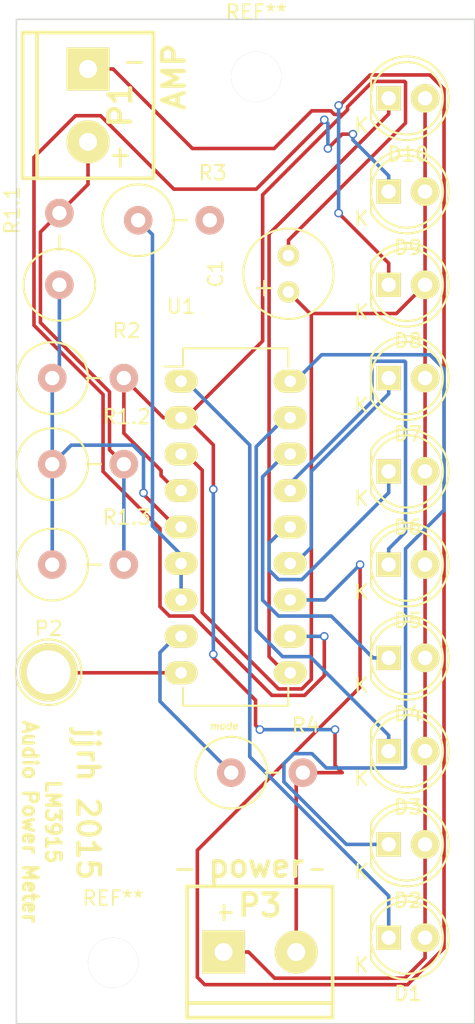
<source format=kicad_pcb>
(kicad_pcb (version 4) (host pcbnew 0.201507032246+5880~23~ubuntu14.04.1-product)

  (general
    (links 40)
    (no_connects 1)
    (area 165.949999 71.949999 198.050001 142.050001)
    (thickness 1.6)
    (drawings 17)
    (tracks 222)
    (zones 0)
    (modules 23)
    (nets 18)
  )

  (page A4)
  (layers
    (0 F.Cu signal)
    (31 B.Cu signal)
    (32 B.Adhes user)
    (33 F.Adhes user)
    (34 B.Paste user)
    (35 F.Paste user)
    (36 B.SilkS user)
    (37 F.SilkS user)
    (38 B.Mask user)
    (39 F.Mask user)
    (40 Dwgs.User user)
    (41 Cmts.User user)
    (42 Eco1.User user)
    (43 Eco2.User user)
    (44 Edge.Cuts user)
    (45 Margin user)
    (46 B.CrtYd user)
    (47 F.CrtYd user)
    (48 B.Fab user)
    (49 F.Fab user)
  )

  (setup
    (last_trace_width 0.25)
    (trace_clearance 0.2)
    (zone_clearance 0.508)
    (zone_45_only no)
    (trace_min 0.2)
    (segment_width 0.2)
    (edge_width 0.1)
    (via_size 0.6)
    (via_drill 0.4)
    (via_min_size 0.4)
    (via_min_drill 0.3)
    (uvia_size 0.3)
    (uvia_drill 0.1)
    (uvias_allowed no)
    (uvia_min_size 0.2)
    (uvia_min_drill 0.1)
    (pcb_text_width 0.3)
    (pcb_text_size 1.5 1.5)
    (mod_edge_width 0.15)
    (mod_text_size 1 1)
    (mod_text_width 0.15)
    (pad_size 1.5 1.5)
    (pad_drill 0.6)
    (pad_to_mask_clearance 0)
    (aux_axis_origin 0 0)
    (grid_origin 210 120)
    (visible_elements FFFFFF7F)
    (pcbplotparams
      (layerselection 0x00030_80000001)
      (usegerberextensions false)
      (excludeedgelayer true)
      (linewidth 0.100000)
      (plotframeref false)
      (viasonmask false)
      (mode 1)
      (useauxorigin false)
      (hpglpennumber 1)
      (hpglpenspeed 20)
      (hpglpendiameter 15)
      (hpglpenoverlay 2)
      (psnegative false)
      (psa4output false)
      (plotreference true)
      (plotvalue true)
      (plotinvisibletext false)
      (padsonsilk false)
      (subtractmaskfromsilk false)
      (outputformat 1)
      (mirror false)
      (drillshape 1)
      (scaleselection 1)
      (outputdirectory ""))
  )

  (net 0 "")
  (net 1 GND)
  (net 2 +12V)
  (net 3 "Net-(D1-Pad1)")
  (net 4 "Net-(D2-Pad1)")
  (net 5 "Net-(D3-Pad1)")
  (net 6 "Net-(D4-Pad1)")
  (net 7 "Net-(D5-Pad1)")
  (net 8 "Net-(D6-Pad1)")
  (net 9 "Net-(D7-Pad1)")
  (net 10 "Net-(D8-Pad1)")
  (net 11 "Net-(D9-Pad1)")
  (net 12 "Net-(D10-Pad1)")
  (net 13 "Net-(P1-Pad2)")
  (net 14 "Net-(P2-Pad1)")
  (net 15 "Net-(R1.1-Pad1)")
  (net 16 "Net-(R3-Pad1)")
  (net 17 "Net-(R3-Pad2)")

  (net_class Default "This is the default net class."
    (clearance 0.2)
    (trace_width 0.25)
    (via_dia 0.6)
    (via_drill 0.4)
    (uvia_dia 0.3)
    (uvia_drill 0.1)
    (add_net +12V)
    (add_net GND)
    (add_net "Net-(D1-Pad1)")
    (add_net "Net-(D10-Pad1)")
    (add_net "Net-(D2-Pad1)")
    (add_net "Net-(D3-Pad1)")
    (add_net "Net-(D4-Pad1)")
    (add_net "Net-(D5-Pad1)")
    (add_net "Net-(D6-Pad1)")
    (add_net "Net-(D7-Pad1)")
    (add_net "Net-(D8-Pad1)")
    (add_net "Net-(D9-Pad1)")
    (add_net "Net-(P1-Pad2)")
    (add_net "Net-(P2-Pad1)")
    (add_net "Net-(R1.1-Pad1)")
    (add_net "Net-(R3-Pad1)")
    (add_net "Net-(R3-Pad2)")
  )

  (module Capacitors_Elko_ThroughHole:Elko_vert_11.2x6.3mm_RM2.5 (layer F.Cu) (tedit 5454A15D) (tstamp 55998C16)
    (at 185 91 90)
    (descr "Electrolytic Capacitor, vertical, diameter 6,3mm, RM 2,5mm, radial,")
    (tags "Electrolytic Capacitor, vertical, diameter 6,3mm, RM 2,5mm, Elko, Electrolytkondensator, Kondensator gepolt, Durchmesser 6,3mm, radial,")
    (path /55984007)
    (fp_text reference C1 (at 1.27 -5.08 90) (layer F.SilkS)
      (effects (font (size 1 1) (thickness 0.15)))
    )
    (fp_text value 2.2 (at 1.27 5.08 90) (layer F.Fab)
      (effects (font (size 1 1) (thickness 0.15)))
    )
    (fp_line (start 0.26924 -2.19964) (end 0.26924 -1.19888) (layer F.SilkS) (width 0.15))
    (fp_line (start -0.23114 -1.69926) (end 0.76962 -1.69926) (layer F.SilkS) (width 0.15))
    (fp_line (start 0.26924 -1.69926) (end 0.76962 -1.69926) (layer F.Cu) (width 0.15))
    (fp_line (start 0.26924 -1.69926) (end 0.26924 -2.19964) (layer F.Cu) (width 0.15))
    (fp_line (start -0.23114 -1.69926) (end 0.26924 -1.69926) (layer F.Cu) (width 0.15))
    (fp_line (start 0.26924 -1.69926) (end 0.26924 -1.30048) (layer F.Cu) (width 0.15))
    (fp_line (start 0.26924 -1.30048) (end 0.26924 -1.19888) (layer F.Cu) (width 0.15))
    (fp_circle (center 1.27 0) (end 4.4196 0) (layer F.SilkS) (width 0.15))
    (pad 2 thru_hole circle (at 2.54 0 90) (size 1.50114 1.50114) (drill 0.8001) (layers *.Cu *.Mask F.SilkS)
      (net 1 GND))
    (pad 1 thru_hole circle (at 0 0 90) (size 1.50114 1.50114) (drill 0.8001) (layers *.Cu *.Mask F.SilkS)
      (net 2 +12V))
    (model Capacitors_Elko_ThroughHole.3dshapes/Elko_vert_11.2x6.3mm_RM2.5.wrl
      (at (xyz 0 0 0))
      (scale (xyz 1 1 1))
      (rotate (xyz 0 0 0))
    )
  )

  (module LEDs:LED-5MM (layer F.Cu) (tedit 5538E0D0) (tstamp 55998C1C)
    (at 192 136)
    (descr "LED vertical 5mm")
    (tags "LED-5MM LED 5mm")
    (path /55981D6F)
    (fp_text reference D1 (at 1.35 3.9) (layer F.SilkS)
      (effects (font (size 1 1) (thickness 0.15)))
    )
    (fp_text value LED (at 1.35 -3.75) (layer F.Fab)
      (effects (font (size 1 1) (thickness 0.15)))
    )
    (fp_line (start 4.4 -3.15) (end 4.4 3.15) (layer F.CrtYd) (width 0.05))
    (fp_line (start -1.5 -3.15) (end -1.5 3.15) (layer F.CrtYd) (width 0.05))
    (fp_line (start -1.5 3.15) (end 4.4 3.15) (layer F.CrtYd) (width 0.05))
    (fp_line (start -1.5 -3.15) (end 4.4 -3.15) (layer F.CrtYd) (width 0.05))
    (fp_arc (start 1.26866 0) (end -1.23134 -1.5) (angle 297.5) (layer F.SilkS) (width 0.15))
    (fp_line (start -1.23134 1.5) (end -1.23134 -1.5) (layer F.SilkS) (width 0.15))
    (fp_circle (center 1.26866 0) (end 0.96866 -2.5) (layer F.SilkS) (width 0.15))
    (fp_text user K (at -1.90634 1.905) (layer F.SilkS)
      (effects (font (size 1 1) (thickness 0.15)))
    )
    (pad 1 thru_hole rect (at -0.00134 0 90) (size 1.69926 1.69926) (drill 1.00076) (layers *.Cu *.Mask F.SilkS)
      (net 3 "Net-(D1-Pad1)"))
    (pad 2 thru_hole circle (at 2.53866 0) (size 1.99898 1.99898) (drill 1.00076) (layers *.Cu *.Mask F.SilkS)
      (net 2 +12V))
    (model LEDs.3dshapes/LED-5MM.wrl
      (at (xyz 0.05 0 -0.012))
      (scale (xyz 1 1 1))
      (rotate (xyz 0 0 180))
    )
  )

  (module LEDs:LED-5MM (layer F.Cu) (tedit 5538E0D0) (tstamp 55998C22)
    (at 192 129.5)
    (descr "LED vertical 5mm")
    (tags "LED-5MM LED 5mm")
    (path /55982075)
    (fp_text reference D2 (at 1.35 3.9) (layer F.SilkS)
      (effects (font (size 1 1) (thickness 0.15)))
    )
    (fp_text value LED (at 1.35 -3.75) (layer F.Fab)
      (effects (font (size 1 1) (thickness 0.15)))
    )
    (fp_line (start 4.4 -3.15) (end 4.4 3.15) (layer F.CrtYd) (width 0.05))
    (fp_line (start -1.5 -3.15) (end -1.5 3.15) (layer F.CrtYd) (width 0.05))
    (fp_line (start -1.5 3.15) (end 4.4 3.15) (layer F.CrtYd) (width 0.05))
    (fp_line (start -1.5 -3.15) (end 4.4 -3.15) (layer F.CrtYd) (width 0.05))
    (fp_arc (start 1.26866 0) (end -1.23134 -1.5) (angle 297.5) (layer F.SilkS) (width 0.15))
    (fp_line (start -1.23134 1.5) (end -1.23134 -1.5) (layer F.SilkS) (width 0.15))
    (fp_circle (center 1.26866 0) (end 0.96866 -2.5) (layer F.SilkS) (width 0.15))
    (fp_text user K (at -1.90634 1.905) (layer F.SilkS)
      (effects (font (size 1 1) (thickness 0.15)))
    )
    (pad 1 thru_hole rect (at -0.00134 0 90) (size 1.69926 1.69926) (drill 1.00076) (layers *.Cu *.Mask F.SilkS)
      (net 4 "Net-(D2-Pad1)"))
    (pad 2 thru_hole circle (at 2.53866 0) (size 1.99898 1.99898) (drill 1.00076) (layers *.Cu *.Mask F.SilkS)
      (net 2 +12V))
    (model LEDs.3dshapes/LED-5MM.wrl
      (at (xyz 0.05 0 -0.012))
      (scale (xyz 1 1 1))
      (rotate (xyz 0 0 180))
    )
  )

  (module LEDs:LED-5MM (layer F.Cu) (tedit 5538E0D0) (tstamp 55998C28)
    (at 192 123)
    (descr "LED vertical 5mm")
    (tags "LED-5MM LED 5mm")
    (path /559820D2)
    (fp_text reference D3 (at 1.35 3.9) (layer F.SilkS)
      (effects (font (size 1 1) (thickness 0.15)))
    )
    (fp_text value LED (at 1.35 -3.75) (layer F.Fab)
      (effects (font (size 1 1) (thickness 0.15)))
    )
    (fp_line (start 4.4 -3.15) (end 4.4 3.15) (layer F.CrtYd) (width 0.05))
    (fp_line (start -1.5 -3.15) (end -1.5 3.15) (layer F.CrtYd) (width 0.05))
    (fp_line (start -1.5 3.15) (end 4.4 3.15) (layer F.CrtYd) (width 0.05))
    (fp_line (start -1.5 -3.15) (end 4.4 -3.15) (layer F.CrtYd) (width 0.05))
    (fp_arc (start 1.26866 0) (end -1.23134 -1.5) (angle 297.5) (layer F.SilkS) (width 0.15))
    (fp_line (start -1.23134 1.5) (end -1.23134 -1.5) (layer F.SilkS) (width 0.15))
    (fp_circle (center 1.26866 0) (end 0.96866 -2.5) (layer F.SilkS) (width 0.15))
    (fp_text user K (at -1.90634 1.905) (layer F.SilkS)
      (effects (font (size 1 1) (thickness 0.15)))
    )
    (pad 1 thru_hole rect (at -0.00134 0 90) (size 1.69926 1.69926) (drill 1.00076) (layers *.Cu *.Mask F.SilkS)
      (net 5 "Net-(D3-Pad1)"))
    (pad 2 thru_hole circle (at 2.53866 0) (size 1.99898 1.99898) (drill 1.00076) (layers *.Cu *.Mask F.SilkS)
      (net 2 +12V))
    (model LEDs.3dshapes/LED-5MM.wrl
      (at (xyz 0.05 0 -0.012))
      (scale (xyz 1 1 1))
      (rotate (xyz 0 0 180))
    )
  )

  (module LEDs:LED-5MM (layer F.Cu) (tedit 5538E0D0) (tstamp 55998C2E)
    (at 192 116.5)
    (descr "LED vertical 5mm")
    (tags "LED-5MM LED 5mm")
    (path /55982104)
    (fp_text reference D4 (at 1.35 3.9) (layer F.SilkS)
      (effects (font (size 1 1) (thickness 0.15)))
    )
    (fp_text value LED (at 1.35 -3.75) (layer F.Fab)
      (effects (font (size 1 1) (thickness 0.15)))
    )
    (fp_line (start 4.4 -3.15) (end 4.4 3.15) (layer F.CrtYd) (width 0.05))
    (fp_line (start -1.5 -3.15) (end -1.5 3.15) (layer F.CrtYd) (width 0.05))
    (fp_line (start -1.5 3.15) (end 4.4 3.15) (layer F.CrtYd) (width 0.05))
    (fp_line (start -1.5 -3.15) (end 4.4 -3.15) (layer F.CrtYd) (width 0.05))
    (fp_arc (start 1.26866 0) (end -1.23134 -1.5) (angle 297.5) (layer F.SilkS) (width 0.15))
    (fp_line (start -1.23134 1.5) (end -1.23134 -1.5) (layer F.SilkS) (width 0.15))
    (fp_circle (center 1.26866 0) (end 0.96866 -2.5) (layer F.SilkS) (width 0.15))
    (fp_text user K (at -1.90634 1.905) (layer F.SilkS)
      (effects (font (size 1 1) (thickness 0.15)))
    )
    (pad 1 thru_hole rect (at -0.00134 0 90) (size 1.69926 1.69926) (drill 1.00076) (layers *.Cu *.Mask F.SilkS)
      (net 6 "Net-(D4-Pad1)"))
    (pad 2 thru_hole circle (at 2.53866 0) (size 1.99898 1.99898) (drill 1.00076) (layers *.Cu *.Mask F.SilkS)
      (net 2 +12V))
    (model LEDs.3dshapes/LED-5MM.wrl
      (at (xyz 0.05 0 -0.012))
      (scale (xyz 1 1 1))
      (rotate (xyz 0 0 180))
    )
  )

  (module LEDs:LED-5MM (layer F.Cu) (tedit 5538E0D0) (tstamp 55998C34)
    (at 192 110)
    (descr "LED vertical 5mm")
    (tags "LED-5MM LED 5mm")
    (path /55982129)
    (fp_text reference D5 (at 1.35 3.9) (layer F.SilkS)
      (effects (font (size 1 1) (thickness 0.15)))
    )
    (fp_text value LED (at 1.35 -3.75) (layer F.Fab)
      (effects (font (size 1 1) (thickness 0.15)))
    )
    (fp_line (start 4.4 -3.15) (end 4.4 3.15) (layer F.CrtYd) (width 0.05))
    (fp_line (start -1.5 -3.15) (end -1.5 3.15) (layer F.CrtYd) (width 0.05))
    (fp_line (start -1.5 3.15) (end 4.4 3.15) (layer F.CrtYd) (width 0.05))
    (fp_line (start -1.5 -3.15) (end 4.4 -3.15) (layer F.CrtYd) (width 0.05))
    (fp_arc (start 1.26866 0) (end -1.23134 -1.5) (angle 297.5) (layer F.SilkS) (width 0.15))
    (fp_line (start -1.23134 1.5) (end -1.23134 -1.5) (layer F.SilkS) (width 0.15))
    (fp_circle (center 1.26866 0) (end 0.96866 -2.5) (layer F.SilkS) (width 0.15))
    (fp_text user K (at -1.90634 1.905) (layer F.SilkS)
      (effects (font (size 1 1) (thickness 0.15)))
    )
    (pad 1 thru_hole rect (at -0.00134 0 90) (size 1.69926 1.69926) (drill 1.00076) (layers *.Cu *.Mask F.SilkS)
      (net 7 "Net-(D5-Pad1)"))
    (pad 2 thru_hole circle (at 2.53866 0) (size 1.99898 1.99898) (drill 1.00076) (layers *.Cu *.Mask F.SilkS)
      (net 2 +12V))
    (model LEDs.3dshapes/LED-5MM.wrl
      (at (xyz 0.05 0 -0.012))
      (scale (xyz 1 1 1))
      (rotate (xyz 0 0 180))
    )
  )

  (module LEDs:LED-5MM (layer F.Cu) (tedit 5538E0D0) (tstamp 55998C3A)
    (at 192 103.5)
    (descr "LED vertical 5mm")
    (tags "LED-5MM LED 5mm")
    (path /55982159)
    (fp_text reference D6 (at 1.35 3.9) (layer F.SilkS)
      (effects (font (size 1 1) (thickness 0.15)))
    )
    (fp_text value LED (at 1.35 -3.75) (layer F.Fab)
      (effects (font (size 1 1) (thickness 0.15)))
    )
    (fp_line (start 4.4 -3.15) (end 4.4 3.15) (layer F.CrtYd) (width 0.05))
    (fp_line (start -1.5 -3.15) (end -1.5 3.15) (layer F.CrtYd) (width 0.05))
    (fp_line (start -1.5 3.15) (end 4.4 3.15) (layer F.CrtYd) (width 0.05))
    (fp_line (start -1.5 -3.15) (end 4.4 -3.15) (layer F.CrtYd) (width 0.05))
    (fp_arc (start 1.26866 0) (end -1.23134 -1.5) (angle 297.5) (layer F.SilkS) (width 0.15))
    (fp_line (start -1.23134 1.5) (end -1.23134 -1.5) (layer F.SilkS) (width 0.15))
    (fp_circle (center 1.26866 0) (end 0.96866 -2.5) (layer F.SilkS) (width 0.15))
    (fp_text user K (at -1.90634 1.905) (layer F.SilkS)
      (effects (font (size 1 1) (thickness 0.15)))
    )
    (pad 1 thru_hole rect (at -0.00134 0 90) (size 1.69926 1.69926) (drill 1.00076) (layers *.Cu *.Mask F.SilkS)
      (net 8 "Net-(D6-Pad1)"))
    (pad 2 thru_hole circle (at 2.53866 0) (size 1.99898 1.99898) (drill 1.00076) (layers *.Cu *.Mask F.SilkS)
      (net 2 +12V))
    (model LEDs.3dshapes/LED-5MM.wrl
      (at (xyz 0.05 0 -0.012))
      (scale (xyz 1 1 1))
      (rotate (xyz 0 0 180))
    )
  )

  (module LEDs:LED-5MM (layer F.Cu) (tedit 5538E0D0) (tstamp 55998C40)
    (at 192 97)
    (descr "LED vertical 5mm")
    (tags "LED-5MM LED 5mm")
    (path /55982190)
    (fp_text reference D7 (at 1.35 3.9) (layer F.SilkS)
      (effects (font (size 1 1) (thickness 0.15)))
    )
    (fp_text value LED (at 1.35 -3.75) (layer F.Fab)
      (effects (font (size 1 1) (thickness 0.15)))
    )
    (fp_line (start 4.4 -3.15) (end 4.4 3.15) (layer F.CrtYd) (width 0.05))
    (fp_line (start -1.5 -3.15) (end -1.5 3.15) (layer F.CrtYd) (width 0.05))
    (fp_line (start -1.5 3.15) (end 4.4 3.15) (layer F.CrtYd) (width 0.05))
    (fp_line (start -1.5 -3.15) (end 4.4 -3.15) (layer F.CrtYd) (width 0.05))
    (fp_arc (start 1.26866 0) (end -1.23134 -1.5) (angle 297.5) (layer F.SilkS) (width 0.15))
    (fp_line (start -1.23134 1.5) (end -1.23134 -1.5) (layer F.SilkS) (width 0.15))
    (fp_circle (center 1.26866 0) (end 0.96866 -2.5) (layer F.SilkS) (width 0.15))
    (fp_text user K (at -1.90634 1.905) (layer F.SilkS)
      (effects (font (size 1 1) (thickness 0.15)))
    )
    (pad 1 thru_hole rect (at -0.00134 0 90) (size 1.69926 1.69926) (drill 1.00076) (layers *.Cu *.Mask F.SilkS)
      (net 9 "Net-(D7-Pad1)"))
    (pad 2 thru_hole circle (at 2.53866 0) (size 1.99898 1.99898) (drill 1.00076) (layers *.Cu *.Mask F.SilkS)
      (net 2 +12V))
    (model LEDs.3dshapes/LED-5MM.wrl
      (at (xyz 0.05 0 -0.012))
      (scale (xyz 1 1 1))
      (rotate (xyz 0 0 180))
    )
  )

  (module LEDs:LED-5MM (layer F.Cu) (tedit 5538E0D0) (tstamp 55998C46)
    (at 192 90.5)
    (descr "LED vertical 5mm")
    (tags "LED-5MM LED 5mm")
    (path /5598240E)
    (fp_text reference D8 (at 1.35 3.9) (layer F.SilkS)
      (effects (font (size 1 1) (thickness 0.15)))
    )
    (fp_text value LED (at 1.35 -3.75) (layer F.Fab)
      (effects (font (size 1 1) (thickness 0.15)))
    )
    (fp_line (start 4.4 -3.15) (end 4.4 3.15) (layer F.CrtYd) (width 0.05))
    (fp_line (start -1.5 -3.15) (end -1.5 3.15) (layer F.CrtYd) (width 0.05))
    (fp_line (start -1.5 3.15) (end 4.4 3.15) (layer F.CrtYd) (width 0.05))
    (fp_line (start -1.5 -3.15) (end 4.4 -3.15) (layer F.CrtYd) (width 0.05))
    (fp_arc (start 1.26866 0) (end -1.23134 -1.5) (angle 297.5) (layer F.SilkS) (width 0.15))
    (fp_line (start -1.23134 1.5) (end -1.23134 -1.5) (layer F.SilkS) (width 0.15))
    (fp_circle (center 1.26866 0) (end 0.96866 -2.5) (layer F.SilkS) (width 0.15))
    (fp_text user K (at -1.90634 1.905) (layer F.SilkS)
      (effects (font (size 1 1) (thickness 0.15)))
    )
    (pad 1 thru_hole rect (at -0.00134 0 90) (size 1.69926 1.69926) (drill 1.00076) (layers *.Cu *.Mask F.SilkS)
      (net 10 "Net-(D8-Pad1)"))
    (pad 2 thru_hole circle (at 2.53866 0) (size 1.99898 1.99898) (drill 1.00076) (layers *.Cu *.Mask F.SilkS)
      (net 2 +12V))
    (model LEDs.3dshapes/LED-5MM.wrl
      (at (xyz 0.05 0 -0.012))
      (scale (xyz 1 1 1))
      (rotate (xyz 0 0 180))
    )
  )

  (module LEDs:LED-5MM (layer F.Cu) (tedit 5538E0D0) (tstamp 55998C4C)
    (at 192 84)
    (descr "LED vertical 5mm")
    (tags "LED-5MM LED 5mm")
    (path /55982449)
    (fp_text reference D9 (at 1.35 3.9) (layer F.SilkS)
      (effects (font (size 1 1) (thickness 0.15)))
    )
    (fp_text value LED (at 1.35 -3.75) (layer F.Fab)
      (effects (font (size 1 1) (thickness 0.15)))
    )
    (fp_line (start 4.4 -3.15) (end 4.4 3.15) (layer F.CrtYd) (width 0.05))
    (fp_line (start -1.5 -3.15) (end -1.5 3.15) (layer F.CrtYd) (width 0.05))
    (fp_line (start -1.5 3.15) (end 4.4 3.15) (layer F.CrtYd) (width 0.05))
    (fp_line (start -1.5 -3.15) (end 4.4 -3.15) (layer F.CrtYd) (width 0.05))
    (fp_arc (start 1.26866 0) (end -1.23134 -1.5) (angle 297.5) (layer F.SilkS) (width 0.15))
    (fp_line (start -1.23134 1.5) (end -1.23134 -1.5) (layer F.SilkS) (width 0.15))
    (fp_circle (center 1.26866 0) (end 0.96866 -2.5) (layer F.SilkS) (width 0.15))
    (fp_text user K (at -1.90634 1.905) (layer F.SilkS)
      (effects (font (size 1 1) (thickness 0.15)))
    )
    (pad 1 thru_hole rect (at -0.00134 0 90) (size 1.69926 1.69926) (drill 1.00076) (layers *.Cu *.Mask F.SilkS)
      (net 11 "Net-(D9-Pad1)"))
    (pad 2 thru_hole circle (at 2.53866 0) (size 1.99898 1.99898) (drill 1.00076) (layers *.Cu *.Mask F.SilkS)
      (net 2 +12V))
    (model LEDs.3dshapes/LED-5MM.wrl
      (at (xyz 0.05 0 -0.012))
      (scale (xyz 1 1 1))
      (rotate (xyz 0 0 180))
    )
  )

  (module LEDs:LED-5MM (layer F.Cu) (tedit 5538E0D0) (tstamp 55998C52)
    (at 192 77.5)
    (descr "LED vertical 5mm")
    (tags "LED-5MM LED 5mm")
    (path /55982483)
    (fp_text reference D10 (at 1.35 3.9) (layer F.SilkS)
      (effects (font (size 1 1) (thickness 0.15)))
    )
    (fp_text value LED (at 1.35 -3.75) (layer F.Fab)
      (effects (font (size 1 1) (thickness 0.15)))
    )
    (fp_line (start 4.4 -3.15) (end 4.4 3.15) (layer F.CrtYd) (width 0.05))
    (fp_line (start -1.5 -3.15) (end -1.5 3.15) (layer F.CrtYd) (width 0.05))
    (fp_line (start -1.5 3.15) (end 4.4 3.15) (layer F.CrtYd) (width 0.05))
    (fp_line (start -1.5 -3.15) (end 4.4 -3.15) (layer F.CrtYd) (width 0.05))
    (fp_arc (start 1.26866 0) (end -1.23134 -1.5) (angle 297.5) (layer F.SilkS) (width 0.15))
    (fp_line (start -1.23134 1.5) (end -1.23134 -1.5) (layer F.SilkS) (width 0.15))
    (fp_circle (center 1.26866 0) (end 0.96866 -2.5) (layer F.SilkS) (width 0.15))
    (fp_text user K (at -1.90634 1.905) (layer F.SilkS)
      (effects (font (size 1 1) (thickness 0.15)))
    )
    (pad 1 thru_hole rect (at -0.00134 0 90) (size 1.69926 1.69926) (drill 1.00076) (layers *.Cu *.Mask F.SilkS)
      (net 12 "Net-(D10-Pad1)"))
    (pad 2 thru_hole circle (at 2.53866 0) (size 1.99898 1.99898) (drill 1.00076) (layers *.Cu *.Mask F.SilkS)
      (net 2 +12V))
    (model LEDs.3dshapes/LED-5MM.wrl
      (at (xyz 0.05 0 -0.012))
      (scale (xyz 1 1 1))
      (rotate (xyz 0 0 180))
    )
  )

  (module w_conn_screw:mors_2p (layer F.Cu) (tedit 0) (tstamp 55998C58)
    (at 171 78 270)
    (descr "Terminal block 2 pins")
    (tags DEV)
    (path /55982B15)
    (fp_text reference P1 (at 0 -2.25 270) (layer F.SilkS)
      (effects (font (thickness 0.3048)))
    )
    (fp_text value AMP (at -2 -6 270) (layer F.SilkS)
      (effects (font (thickness 0.3048)))
    )
    (fp_line (start 5.08 -3.81) (end 5.08 -4.572) (layer F.SilkS) (width 0.254))
    (fp_line (start 5.08 -4.572) (end -5.08 -4.572) (layer F.SilkS) (width 0.254))
    (fp_line (start -5.08 -4.572) (end -5.08 -3.81) (layer F.SilkS) (width 0.254))
    (fp_line (start 5.08 4.572) (end -5.08 4.572) (layer F.SilkS) (width 0.254))
    (fp_line (start -5.08 4.572) (end -5.08 3.556) (layer F.SilkS) (width 0.254))
    (fp_line (start -5.08 3.556) (end 5.08 3.556) (layer F.SilkS) (width 0.254))
    (fp_line (start 5.08 3.556) (end 5.08 4.572) (layer F.SilkS) (width 0.254))
    (fp_line (start 5.08 3.81) (end 5.08 -3.81) (layer F.SilkS) (width 0.254))
    (fp_line (start -5.08 -3.81) (end -5.08 3.81) (layer F.SilkS) (width 0.254))
    (pad 1 thru_hole rect (at -2.54 0 270) (size 2.99974 2.99974) (drill 1.24968) (layers *.Cu *.Mask F.SilkS)
      (net 1 GND))
    (pad 2 thru_hole circle (at 2.54 0 270) (size 2.99974 2.99974) (drill 1.24968) (layers *.Cu *.Mask F.SilkS)
      (net 13 "Net-(P1-Pad2)"))
    (model walter/conn_screw/mors_2p.wrl
      (at (xyz 0 0 0))
      (scale (xyz 1 1 1))
      (rotate (xyz 0 0 0))
    )
  )

  (module Connect:1pin (layer F.Cu) (tedit 0) (tstamp 55998C5D)
    (at 168.25 117.5)
    (descr "module 1 pin (ou trou mecanique de percage)")
    (tags DEV)
    (path /55983B4C)
    (fp_text reference P2 (at 0 -3.048) (layer F.SilkS)
      (effects (font (size 1 1) (thickness 0.15)))
    )
    (fp_text value CONN_01X01 (at 3.5 2.794) (layer F.Fab)
      (effects (font (size 1 1) (thickness 0.15)))
    )
    (fp_circle (center 0 0) (end 0 -2.286) (layer F.SilkS) (width 0.15))
    (pad 1 thru_hole circle (at 0 0) (size 4.064 4.064) (drill 3.048) (layers *.Cu *.Mask F.SilkS)
      (net 14 "Net-(P2-Pad1)"))
  )

  (module w_conn_screw:mors_2p (layer F.Cu) (tedit 0) (tstamp 55998C63)
    (at 183 137)
    (descr "Terminal block 2 pins")
    (tags DEV)
    (path /55986655)
    (fp_text reference P3 (at 0 -3.25) (layer F.SilkS)
      (effects (font (thickness 0.3048)))
    )
    (fp_text value power (at -0.25 -6) (layer F.SilkS)
      (effects (font (thickness 0.3048)))
    )
    (fp_line (start 5.08 -3.81) (end 5.08 -4.572) (layer F.SilkS) (width 0.254))
    (fp_line (start 5.08 -4.572) (end -5.08 -4.572) (layer F.SilkS) (width 0.254))
    (fp_line (start -5.08 -4.572) (end -5.08 -3.81) (layer F.SilkS) (width 0.254))
    (fp_line (start 5.08 4.572) (end -5.08 4.572) (layer F.SilkS) (width 0.254))
    (fp_line (start -5.08 4.572) (end -5.08 3.556) (layer F.SilkS) (width 0.254))
    (fp_line (start -5.08 3.556) (end 5.08 3.556) (layer F.SilkS) (width 0.254))
    (fp_line (start 5.08 3.556) (end 5.08 4.572) (layer F.SilkS) (width 0.254))
    (fp_line (start 5.08 3.81) (end 5.08 -3.81) (layer F.SilkS) (width 0.254))
    (fp_line (start -5.08 -3.81) (end -5.08 3.81) (layer F.SilkS) (width 0.254))
    (pad 1 thru_hole rect (at -2.54 0) (size 2.99974 2.99974) (drill 1.24968) (layers *.Cu *.Mask F.SilkS)
      (net 2 +12V))
    (pad 2 thru_hole circle (at 2.54 0) (size 2.99974 2.99974) (drill 1.24968) (layers *.Cu *.Mask F.SilkS)
      (net 1 GND))
    (model walter/conn_screw/mors_2p.wrl
      (at (xyz 0 0 0))
      (scale (xyz 1 1 1))
      (rotate (xyz 0 0 0))
    )
  )

  (module Resistors_ThroughHole:Resistor_Vertical_RM5mm (layer F.Cu) (tedit 0) (tstamp 55998C69)
    (at 169 88 90)
    (descr "Resistor, Vertical, RM 5mm, 1/3W,")
    (tags "Resistor, Vertical, RM 5mm, 1/3W,")
    (path /55982D06)
    (fp_text reference R1.1 (at 2.70002 -3.29946 90) (layer F.SilkS)
      (effects (font (size 1 1) (thickness 0.15)))
    )
    (fp_text value 10k (at 0 4.50088 90) (layer F.Fab)
      (effects (font (size 1 1) (thickness 0.15)))
    )
    (fp_line (start -0.09906 0) (end 0.9017 0) (layer F.SilkS) (width 0.15))
    (fp_circle (center -2.49936 0) (end 0 0) (layer F.SilkS) (width 0.15))
    (pad 1 thru_hole circle (at -2.49936 0 90) (size 1.99898 1.99898) (drill 1.00076) (layers *.Cu *.SilkS *.Mask)
      (net 15 "Net-(R1.1-Pad1)"))
    (pad 2 thru_hole circle (at 2.5019 0 90) (size 1.99898 1.99898) (drill 1.00076) (layers *.Cu *.SilkS *.Mask)
      (net 13 "Net-(P1-Pad2)"))
  )

  (module Resistors_ThroughHole:Resistor_Vertical_RM5mm (layer F.Cu) (tedit 0) (tstamp 55998C6F)
    (at 171 103)
    (descr "Resistor, Vertical, RM 5mm, 1/3W,")
    (tags "Resistor, Vertical, RM 5mm, 1/3W,")
    (path /55982973)
    (fp_text reference R1.2 (at 2.70002 -3.29946) (layer F.SilkS)
      (effects (font (size 1 1) (thickness 0.15)))
    )
    (fp_text value 18k (at 0 4.50088) (layer F.Fab)
      (effects (font (size 1 1) (thickness 0.15)))
    )
    (fp_line (start -0.09906 0) (end 0.9017 0) (layer F.SilkS) (width 0.15))
    (fp_circle (center -2.49936 0) (end 0 0) (layer F.SilkS) (width 0.15))
    (pad 1 thru_hole circle (at -2.49936 0) (size 1.99898 1.99898) (drill 1.00076) (layers *.Cu *.SilkS *.Mask)
      (net 15 "Net-(R1.1-Pad1)"))
    (pad 2 thru_hole circle (at 2.5019 0) (size 1.99898 1.99898) (drill 1.00076) (layers *.Cu *.SilkS *.Mask)
      (net 13 "Net-(P1-Pad2)"))
  )

  (module Resistors_ThroughHole:Resistor_Vertical_RM5mm (layer F.Cu) (tedit 0) (tstamp 55998C75)
    (at 171 110)
    (descr "Resistor, Vertical, RM 5mm, 1/3W,")
    (tags "Resistor, Vertical, RM 5mm, 1/3W,")
    (path /559829D7)
    (fp_text reference R1.3 (at 2.70002 -3.29946) (layer F.SilkS)
      (effects (font (size 1 1) (thickness 0.15)))
    )
    (fp_text value 30k (at 0 4.50088) (layer F.Fab)
      (effects (font (size 1 1) (thickness 0.15)))
    )
    (fp_line (start -0.09906 0) (end 0.9017 0) (layer F.SilkS) (width 0.15))
    (fp_circle (center -2.49936 0) (end 0 0) (layer F.SilkS) (width 0.15))
    (pad 1 thru_hole circle (at -2.49936 0) (size 1.99898 1.99898) (drill 1.00076) (layers *.Cu *.SilkS *.Mask)
      (net 15 "Net-(R1.1-Pad1)"))
    (pad 2 thru_hole circle (at 2.5019 0) (size 1.99898 1.99898) (drill 1.00076) (layers *.Cu *.SilkS *.Mask)
      (net 13 "Net-(P1-Pad2)"))
  )

  (module Resistors_ThroughHole:Resistor_Vertical_RM5mm (layer F.Cu) (tedit 0) (tstamp 55998C7B)
    (at 171 97)
    (descr "Resistor, Vertical, RM 5mm, 1/3W,")
    (tags "Resistor, Vertical, RM 5mm, 1/3W,")
    (path /55982DB0)
    (fp_text reference R2 (at 2.70002 -3.29946) (layer F.SilkS)
      (effects (font (size 1 1) (thickness 0.15)))
    )
    (fp_text value 10k (at 0 4.50088) (layer F.Fab)
      (effects (font (size 1 1) (thickness 0.15)))
    )
    (fp_line (start -0.09906 0) (end 0.9017 0) (layer F.SilkS) (width 0.15))
    (fp_circle (center -2.49936 0) (end 0 0) (layer F.SilkS) (width 0.15))
    (pad 1 thru_hole circle (at -2.49936 0) (size 1.99898 1.99898) (drill 1.00076) (layers *.Cu *.SilkS *.Mask)
      (net 15 "Net-(R1.1-Pad1)"))
    (pad 2 thru_hole circle (at 2.5019 0) (size 1.99898 1.99898) (drill 1.00076) (layers *.Cu *.SilkS *.Mask)
      (net 1 GND))
  )

  (module Resistors_ThroughHole:Resistor_Vertical_RM5mm (layer F.Cu) (tedit 0) (tstamp 55998C81)
    (at 177 86)
    (descr "Resistor, Vertical, RM 5mm, 1/3W,")
    (tags "Resistor, Vertical, RM 5mm, 1/3W,")
    (path /5598376E)
    (fp_text reference R3 (at 2.70002 -3.29946) (layer F.SilkS)
      (effects (font (size 1 1) (thickness 0.15)))
    )
    (fp_text value 390 (at 0 4.50088) (layer F.Fab)
      (effects (font (size 1 1) (thickness 0.15)))
    )
    (fp_line (start -0.09906 0) (end 0.9017 0) (layer F.SilkS) (width 0.15))
    (fp_circle (center -2.49936 0) (end 0 0) (layer F.SilkS) (width 0.15))
    (pad 1 thru_hole circle (at -2.49936 0) (size 1.99898 1.99898) (drill 1.00076) (layers *.Cu *.SilkS *.Mask)
      (net 16 "Net-(R3-Pad1)"))
    (pad 2 thru_hole circle (at 2.5019 0) (size 1.99898 1.99898) (drill 1.00076) (layers *.Cu *.SilkS *.Mask)
      (net 17 "Net-(R3-Pad2)"))
  )

  (module Resistors_ThroughHole:Resistor_Vertical_RM5mm (layer F.Cu) (tedit 0) (tstamp 55998C87)
    (at 183.5 124.5)
    (descr "Resistor, Vertical, RM 5mm, 1/3W,")
    (tags "Resistor, Vertical, RM 5mm, 1/3W,")
    (path /55983808)
    (fp_text reference R4 (at 2.70002 -3.29946) (layer F.SilkS)
      (effects (font (size 1 1) (thickness 0.15)))
    )
    (fp_text value 2.7k (at 0 4.50088) (layer F.Fab)
      (effects (font (size 1 1) (thickness 0.15)))
    )
    (fp_line (start -0.09906 0) (end 0.9017 0) (layer F.SilkS) (width 0.15))
    (fp_circle (center -2.49936 0) (end 0 0) (layer F.SilkS) (width 0.15))
    (pad 1 thru_hole circle (at -2.49936 0) (size 1.99898 1.99898) (drill 1.00076) (layers *.Cu *.SilkS *.Mask)
      (net 17 "Net-(R3-Pad2)"))
    (pad 2 thru_hole circle (at 2.5019 0) (size 1.99898 1.99898) (drill 1.00076) (layers *.Cu *.SilkS *.Mask)
      (net 1 GND))
  )

  (module Housings_DIP:DIP-18_W7.62mm_LongPads (layer F.Cu) (tedit 54130A77) (tstamp 55998C9D)
    (at 177.5 97.22)
    (descr "18-lead dip package, row spacing 7.62 mm (300 mils), longer pads")
    (tags "dil dip 2.54 300")
    (path /55930263)
    (fp_text reference U1 (at 0 -5.22) (layer F.SilkS)
      (effects (font (size 1 1) (thickness 0.15)))
    )
    (fp_text value LM3915 (at 0 -3.72) (layer F.Fab)
      (effects (font (size 1 1) (thickness 0.15)))
    )
    (fp_line (start -1.4 -2.45) (end -1.4 22.8) (layer F.CrtYd) (width 0.05))
    (fp_line (start 9 -2.45) (end 9 22.8) (layer F.CrtYd) (width 0.05))
    (fp_line (start -1.4 -2.45) (end 9 -2.45) (layer F.CrtYd) (width 0.05))
    (fp_line (start -1.4 22.8) (end 9 22.8) (layer F.CrtYd) (width 0.05))
    (fp_line (start 0.135 -2.295) (end 0.135 -1.025) (layer F.SilkS) (width 0.15))
    (fp_line (start 7.485 -2.295) (end 7.485 -1.025) (layer F.SilkS) (width 0.15))
    (fp_line (start 7.485 22.615) (end 7.485 21.345) (layer F.SilkS) (width 0.15))
    (fp_line (start 0.135 22.615) (end 0.135 21.345) (layer F.SilkS) (width 0.15))
    (fp_line (start 0.135 -2.295) (end 7.485 -2.295) (layer F.SilkS) (width 0.15))
    (fp_line (start 0.135 22.615) (end 7.485 22.615) (layer F.SilkS) (width 0.15))
    (fp_line (start 0.135 -1.025) (end -1.15 -1.025) (layer F.SilkS) (width 0.15))
    (pad 1 thru_hole oval (at 0 0) (size 2.3 1.6) (drill 0.8) (layers *.Cu *.Mask F.SilkS)
      (net 3 "Net-(D1-Pad1)"))
    (pad 2 thru_hole oval (at 0 2.54) (size 2.3 1.6) (drill 0.8) (layers *.Cu *.Mask F.SilkS)
      (net 1 GND))
    (pad 3 thru_hole oval (at 0 5.08) (size 2.3 1.6) (drill 0.8) (layers *.Cu *.Mask F.SilkS)
      (net 2 +12V))
    (pad 4 thru_hole oval (at 0 7.62) (size 2.3 1.6) (drill 0.8) (layers *.Cu *.Mask F.SilkS)
      (net 1 GND))
    (pad 5 thru_hole oval (at 0 10.16) (size 2.3 1.6) (drill 0.8) (layers *.Cu *.Mask F.SilkS)
      (net 15 "Net-(R1.1-Pad1)"))
    (pad 6 thru_hole oval (at 0 12.7) (size 2.3 1.6) (drill 0.8) (layers *.Cu *.Mask F.SilkS)
      (net 16 "Net-(R3-Pad1)"))
    (pad 7 thru_hole oval (at 0 15.24) (size 2.3 1.6) (drill 0.8) (layers *.Cu *.Mask F.SilkS)
      (net 16 "Net-(R3-Pad1)"))
    (pad 8 thru_hole oval (at 0 17.78) (size 2.3 1.6) (drill 0.8) (layers *.Cu *.Mask F.SilkS)
      (net 17 "Net-(R3-Pad2)"))
    (pad 9 thru_hole oval (at 0 20.32) (size 2.3 1.6) (drill 0.8) (layers *.Cu *.Mask F.SilkS)
      (net 14 "Net-(P2-Pad1)"))
    (pad 10 thru_hole oval (at 7.62 20.32) (size 2.3 1.6) (drill 0.8) (layers *.Cu *.Mask F.SilkS)
      (net 12 "Net-(D10-Pad1)"))
    (pad 11 thru_hole oval (at 7.62 17.78) (size 2.3 1.6) (drill 0.8) (layers *.Cu *.Mask F.SilkS)
      (net 11 "Net-(D9-Pad1)"))
    (pad 12 thru_hole oval (at 7.62 15.24) (size 2.3 1.6) (drill 0.8) (layers *.Cu *.Mask F.SilkS)
      (net 10 "Net-(D8-Pad1)"))
    (pad 13 thru_hole oval (at 7.62 12.7) (size 2.3 1.6) (drill 0.8) (layers *.Cu *.Mask F.SilkS)
      (net 9 "Net-(D7-Pad1)"))
    (pad 14 thru_hole oval (at 7.62 10.16) (size 2.3 1.6) (drill 0.8) (layers *.Cu *.Mask F.SilkS)
      (net 8 "Net-(D6-Pad1)"))
    (pad 15 thru_hole oval (at 7.62 7.62) (size 2.3 1.6) (drill 0.8) (layers *.Cu *.Mask F.SilkS)
      (net 7 "Net-(D5-Pad1)"))
    (pad 16 thru_hole oval (at 7.62 5.08) (size 2.3 1.6) (drill 0.8) (layers *.Cu *.Mask F.SilkS)
      (net 6 "Net-(D4-Pad1)"))
    (pad 17 thru_hole oval (at 7.62 2.54) (size 2.3 1.6) (drill 0.8) (layers *.Cu *.Mask F.SilkS)
      (net 5 "Net-(D3-Pad1)"))
    (pad 18 thru_hole oval (at 7.62 0) (size 2.3 1.6) (drill 0.8) (layers *.Cu *.Mask F.SilkS)
      (net 4 "Net-(D2-Pad1)"))
    (model Housings_DIP.3dshapes/DIP-18_W7.62mm_LongPads.wrl
      (at (xyz 0 0 0))
      (scale (xyz 1 1 1))
      (rotate (xyz 0 0 0))
    )
  )

  (module Mounting_Holes:MountingHole_3-5mm (layer F.Cu) (tedit 0) (tstamp 559992B8)
    (at 172.75 137.75)
    (descr "Mounting hole, Befestigungsbohrung, 3,5mm, No Annular, Kein Restring,")
    (tags "Mounting hole, Befestigungsbohrung, 3,5mm, No Annular, Kein Restring,")
    (fp_text reference REF** (at 0 -4.50088) (layer F.SilkS)
      (effects (font (size 1 1) (thickness 0.15)))
    )
    (fp_text value MountingHole_3-5mm (at 1.25 2.5) (layer F.Fab)
      (effects (font (size 1 1) (thickness 0.15)))
    )
    (fp_circle (center 0 0) (end 3.5 0) (layer Cmts.User) (width 0.381))
    (pad 1 thru_hole circle (at 0 0) (size 3.5 3.5) (drill 3.5) (layers))
  )

  (module Mounting_Holes:MountingHole_3-5mm (layer F.Cu) (tedit 0) (tstamp 55999322)
    (at 182.75 76)
    (descr "Mounting hole, Befestigungsbohrung, 3,5mm, No Annular, Kein Restring,")
    (tags "Mounting hole, Befestigungsbohrung, 3,5mm, No Annular, Kein Restring,")
    (fp_text reference REF** (at 0 -4.50088) (layer F.SilkS)
      (effects (font (size 1 1) (thickness 0.15)))
    )
    (fp_text value MountingHole_3-5mm (at 0 5.00126) (layer F.Fab)
      (effects (font (size 1 1) (thickness 0.15)))
    )
    (fp_circle (center 0 0) (end 3.5 0) (layer Cmts.User) (width 0.381))
    (pad 1 thru_hole circle (at 0 0) (size 3.5 3.5) (drill 3.5) (layers))
  )

  (gr_text mode (at 180.5 121.25) (layer F.SilkS)
    (effects (font (size 0.5 0.5) (thickness 0.125) italic))
  )
  (gr_text "LM3915\nAudio Power Meter" (at 167.759029 127.922805 270) (layer F.SilkS)
    (effects (font (size 1 1) (thickness 0.25)))
  )
  (gr_text "jjrh 2015" (at 171.009029 126.672805 270) (layer F.SilkS)
    (effects (font (size 1.5 1.5) (thickness 0.3)))
  )
  (gr_line (start 173.75 81.5) (end 172.75 81.5) (layer F.SilkS) (width 0.2))
  (gr_line (start 173.25 81.5) (end 173.75 81.5) (layer F.SilkS) (width 0.2))
  (gr_line (start 173.25 82.25) (end 173.25 81.5) (layer F.SilkS) (width 0.2))
  (gr_line (start 173.25 81) (end 173.25 82.25) (layer F.SilkS) (width 0.2))
  (gr_line (start 173.75 75) (end 174.75 75) (layer F.SilkS) (width 0.2))
  (gr_line (start 187.375 131.25) (end 186.625 131.25) (layer F.SilkS) (width 0.2))
  (gr_line (start 178.25 131.25) (end 177.25 131.25) (layer F.SilkS) (width 0.2))
  (gr_line (start 180.25 134.25) (end 181 134.25) (layer F.SilkS) (width 0.2))
  (gr_line (start 180.5 134.75) (end 180.5 134.25) (layer F.SilkS) (width 0.2))
  (gr_line (start 180.5 133.75) (end 180.5 134.75) (layer F.SilkS) (width 0.2))
  (gr_line (start 166 72) (end 198 72) (angle 90) (layer Edge.Cuts) (width 0.1))
  (gr_line (start 166 142) (end 166 72) (angle 90) (layer Edge.Cuts) (width 0.1))
  (gr_line (start 198 142) (end 166 142) (angle 90) (layer Edge.Cuts) (width 0.1))
  (gr_line (start 198 72) (end 198 142) (angle 90) (layer Edge.Cuts) (width 0.1))

  (segment (start 170 125) (end 170 126.75) (width 0.25) (layer F.SilkS) (net 0))
  (segment (start 188.75 124.5) (end 188.25 124) (width 0.25) (layer F.Cu) (net 1))
  (segment (start 188.25 124) (end 188.25 121.5) (width 0.25) (layer F.Cu) (net 1))
  (segment (start 186.0019 124.5) (end 188.75 124.5) (width 0.25) (layer F.Cu) (net 1))
  (segment (start 171 75.46) (end 172.74987 75.46) (width 0.25) (layer F.Cu) (net 1))
  (segment (start 172.74987 75.46) (end 178.28987 81) (width 0.25) (layer F.Cu) (net 1))
  (segment (start 178.28987 81) (end 184 81) (width 0.25) (layer F.Cu) (net 1))
  (segment (start 184 81) (end 186.625001 78.374999) (width 0.25) (layer F.Cu) (net 1))
  (segment (start 186.625001 78.374999) (end 187.949997 78.374999) (width 0.25) (layer F.Cu) (net 1))
  (segment (start 187.949997 78.374999) (end 188.199999 78.625001) (width 0.25) (layer F.Cu) (net 1))
  (segment (start 188.199999 78.625001) (end 188.800001 78.625001) (width 0.25) (layer F.Cu) (net 1))
  (segment (start 188.800001 78.625001) (end 189.125001 78.300001) (width 0.25) (layer F.Cu) (net 1))
  (segment (start 177.85 99.76) (end 183.19498 94.41502) (width 0.25) (layer F.Cu) (net 1))
  (segment (start 183.19498 94.41502) (end 183.19498 84.230022) (width 0.25) (layer F.Cu) (net 1))
  (segment (start 183.19498 84.230022) (end 189.125001 78.300001) (width 0.25) (layer F.Cu) (net 1))
  (segment (start 189.125001 78.089397) (end 190.889029 76.325369) (width 0.25) (layer F.Cu) (net 1))
  (segment (start 189.125001 78.300001) (end 189.125001 78.089397) (width 0.25) (layer F.Cu) (net 1))
  (segment (start 185 87.398534) (end 185 88.46) (width 0.25) (layer F.Cu) (net 1))
  (segment (start 190.889029 76.325369) (end 193.108291 76.325369) (width 0.25) (layer F.Cu) (net 1))
  (segment (start 193.173291 79.225243) (end 185 87.398534) (width 0.25) (layer F.Cu) (net 1))
  (segment (start 193.108291 76.325369) (end 193.173291 76.390369) (width 0.25) (layer F.Cu) (net 1))
  (segment (start 193.173291 76.390369) (end 193.173291 79.225243) (width 0.25) (layer F.Cu) (net 1))
  (segment (start 179.75 104.75) (end 179.75 101.66) (width 0.25) (layer F.Cu) (net 1))
  (segment (start 179.75 101.66) (end 177.85 99.76) (width 0.25) (layer F.Cu) (net 1))
  (segment (start 177.85 99.76) (end 177.5 99.76) (width 0.25) (layer F.Cu) (net 1))
  (segment (start 179.75 116.25) (end 179.75 104.75) (width 0.25) (layer B.Cu) (net 1))
  (via (at 179.75 104.75) (size 0.6) (drill 0.4) (layers F.Cu B.Cu) (net 1))
  (segment (start 182.700001 119.450001) (end 179.75 116.5) (width 0.25) (layer F.Cu) (net 1))
  (segment (start 179.75 116.5) (end 179.75 116.25) (width 0.25) (layer F.Cu) (net 1))
  (via (at 179.75 116.25) (size 0.6) (drill 0.4) (layers F.Cu B.Cu) (net 1))
  (segment (start 183 121.5) (end 182.700001 121.200001) (width 0.25) (layer F.Cu) (net 1))
  (segment (start 182.700001 121.200001) (end 182.700001 119.450001) (width 0.25) (layer F.Cu) (net 1))
  (via (at 183 121.5) (size 0.6) (drill 0.4) (layers F.Cu B.Cu) (net 1))
  (via (at 183 121.5) (size 0.6) (drill 0.4) (layers F.Cu B.Cu) (net 1))
  (segment (start 188.25 121.5) (end 183 121.5) (width 0.25) (layer B.Cu) (net 1))
  (via (at 188.25 121.5) (size 0.6) (drill 0.4) (layers F.Cu B.Cu) (net 1))
  (via (at 188.25 121.5) (size 0.6) (drill 0.4) (layers F.Cu B.Cu) (net 1))
  (segment (start 185.54 124.9619) (end 186.0019 124.5) (width 0.25) (layer F.Cu) (net 1))
  (segment (start 185.54 137) (end 185.54 124.9619) (width 0.25) (layer F.Cu) (net 1))
  (segment (start 173.5019 97) (end 173.5019 100.8419) (width 0.25) (layer F.Cu) (net 1))
  (segment (start 173.5019 100.8419) (end 176.1 103.44) (width 0.25) (layer F.Cu) (net 1))
  (segment (start 176.1 103.44) (end 176.1 103.79) (width 0.25) (layer F.Cu) (net 1))
  (segment (start 176.1 103.79) (end 177.15 104.84) (width 0.25) (layer F.Cu) (net 1))
  (segment (start 177.15 104.84) (end 177.5 104.84) (width 0.25) (layer F.Cu) (net 1))
  (segment (start 173.5019 97) (end 176.2619 99.76) (width 0.25) (layer F.Cu) (net 1))
  (segment (start 176.2619 99.76) (end 177.5 99.76) (width 0.25) (layer F.Cu) (net 1))
  (segment (start 177.5 102.3) (end 177.85 102.3) (width 0.25) (layer F.Cu) (net 2))
  (segment (start 177.85 102.3) (end 178.97501 103.42501) (width 0.25) (layer F.Cu) (net 2))
  (segment (start 178.97501 103.42501) (end 178.97501 113.336014) (width 0.25) (layer F.Cu) (net 2))
  (segment (start 178.97501 113.336014) (end 184.304006 118.66501) (width 0.25) (layer F.Cu) (net 2))
  (segment (start 185.750569 91.750569) (end 185 91) (width 0.25) (layer F.Cu) (net 2))
  (segment (start 184.304006 118.66501) (end 185.935994 118.66501) (width 0.25) (layer F.Cu) (net 2))
  (segment (start 185.935994 118.66501) (end 186.59501 118.005994) (width 0.25) (layer F.Cu) (net 2))
  (segment (start 186.59501 118.005994) (end 186.59501 92.59501) (width 0.25) (layer F.Cu) (net 2))
  (segment (start 186.59501 92.59501) (end 185.750569 91.750569) (width 0.25) (layer F.Cu) (net 2))
  (segment (start 185 91) (end 186.5 92.5) (width 0.25) (layer F.Cu) (net 2))
  (segment (start 186.5 92.5) (end 192.53866 92.5) (width 0.25) (layer F.Cu) (net 2))
  (segment (start 192.53866 92.5) (end 193.539171 91.499489) (width 0.25) (layer F.Cu) (net 2))
  (segment (start 193.539171 91.499489) (end 194.53866 90.5) (width 0.25) (layer F.Cu) (net 2))
  (segment (start 194.53866 136) (end 194.53866 137.413492) (width 0.25) (layer F.Cu) (net 2))
  (segment (start 184.034741 138.824871) (end 182.20987 137) (width 0.25) (layer F.Cu) (net 2))
  (segment (start 194.53866 137.413492) (end 193.127281 138.824871) (width 0.25) (layer F.Cu) (net 2))
  (segment (start 193.127281 138.824871) (end 184.034741 138.824871) (width 0.25) (layer F.Cu) (net 2))
  (segment (start 182.20987 137) (end 180.46 137) (width 0.25) (layer F.Cu) (net 2))
  (segment (start 194.53866 129.5) (end 194.53866 136) (width 0.25) (layer F.Cu) (net 2))
  (segment (start 194.53866 123) (end 194.53866 129.5) (width 0.25) (layer F.Cu) (net 2))
  (segment (start 194.53866 116.5) (end 194.53866 123) (width 0.25) (layer F.Cu) (net 2))
  (segment (start 194.53866 110) (end 194.53866 116.5) (width 0.25) (layer F.Cu) (net 2))
  (segment (start 194.53866 103.5) (end 194.53866 104.913492) (width 0.25) (layer F.Cu) (net 2))
  (segment (start 194.53866 104.913492) (end 194.53866 110) (width 0.25) (layer F.Cu) (net 2))
  (segment (start 194.53866 97) (end 194.53866 103.5) (width 0.25) (layer F.Cu) (net 2))
  (segment (start 194.53866 90.5) (end 194.53866 97) (width 0.25) (layer F.Cu) (net 2))
  (segment (start 194.53866 84) (end 194.53866 90.5) (width 0.25) (layer F.Cu) (net 2))
  (segment (start 194.53866 84) (end 194.53866 82.586508) (width 0.25) (layer F.Cu) (net 2))
  (segment (start 194.53866 77.5) (end 194.53866 84) (width 0.25) (layer F.Cu) (net 2))
  (segment (start 177.5 97.22) (end 177.85 97.22) (width 0.25) (layer B.Cu) (net 3))
  (segment (start 177.85 97.22) (end 182.294962 101.664962) (width 0.25) (layer B.Cu) (net 3))
  (segment (start 182.294962 101.664962) (end 182.294962 123.38972) (width 0.25) (layer B.Cu) (net 3))
  (segment (start 182.294962 123.38972) (end 191.99866 133.093418) (width 0.25) (layer B.Cu) (net 3))
  (segment (start 191.99866 133.093418) (end 191.99866 134.90037) (width 0.25) (layer B.Cu) (net 3))
  (segment (start 191.99866 134.90037) (end 191.99866 136) (width 0.25) (layer B.Cu) (net 3))
  (segment (start 185.12 97.22) (end 185.47 97.22) (width 0.25) (layer B.Cu) (net 4))
  (segment (start 185.47 97.22) (end 187.31464 95.37536) (width 0.25) (layer B.Cu) (net 4))
  (segment (start 187.31464 95.37536) (end 194.874268 95.37536) (width 0.25) (layer B.Cu) (net 4))
  (segment (start 193.173291 124.109631) (end 193.108291 124.174631) (width 0.25) (layer B.Cu) (net 4))
  (segment (start 194.874268 95.37536) (end 195.863151 96.364243) (width 0.25) (layer B.Cu) (net 4))
  (segment (start 184.677409 125.135757) (end 189.041652 129.5) (width 0.25) (layer B.Cu) (net 4))
  (segment (start 195.863151 96.364243) (end 195.863151 106.200509) (width 0.25) (layer B.Cu) (net 4))
  (segment (start 185.366143 123.175509) (end 184.677409 123.864243) (width 0.25) (layer B.Cu) (net 4))
  (segment (start 195.863151 106.200509) (end 193.173291 108.890369) (width 0.25) (layer B.Cu) (net 4))
  (segment (start 189.041652 129.5) (end 190.89903 129.5) (width 0.25) (layer B.Cu) (net 4))
  (segment (start 193.173291 108.890369) (end 193.173291 124.109631) (width 0.25) (layer B.Cu) (net 4))
  (segment (start 193.108291 124.174631) (end 187.636779 124.174631) (width 0.25) (layer B.Cu) (net 4))
  (segment (start 187.636779 124.174631) (end 186.637657 123.175509) (width 0.25) (layer B.Cu) (net 4))
  (segment (start 190.89903 129.5) (end 191.99866 129.5) (width 0.25) (layer B.Cu) (net 4))
  (segment (start 186.637657 123.175509) (end 185.366143 123.175509) (width 0.25) (layer B.Cu) (net 4))
  (segment (start 184.677409 123.864243) (end 184.677409 125.135757) (width 0.25) (layer B.Cu) (net 4))
  (segment (start 191.99866 123) (end 191.99866 121.90037) (width 0.25) (layer B.Cu) (net 5))
  (segment (start 191.99866 121.90037) (end 186.51328 116.41499) (width 0.25) (layer B.Cu) (net 5))
  (segment (start 186.51328 116.41499) (end 184.593986 116.41499) (width 0.25) (layer B.Cu) (net 5))
  (segment (start 184.593986 116.41499) (end 182.744972 114.565976) (width 0.25) (layer B.Cu) (net 5))
  (segment (start 182.744972 114.565976) (end 182.744972 101.785028) (width 0.25) (layer B.Cu) (net 5))
  (segment (start 182.744972 101.785028) (end 184.77 99.76) (width 0.25) (layer B.Cu) (net 5))
  (segment (start 184.77 99.76) (end 185.12 99.76) (width 0.25) (layer B.Cu) (net 5))
  (segment (start 191.99866 116.5) (end 190.89903 116.5) (width 0.25) (layer B.Cu) (net 6))
  (segment (start 190.89903 116.5) (end 187.98404 113.58501) (width 0.25) (layer B.Cu) (net 6))
  (segment (start 184.77 102.3) (end 185.12 102.3) (width 0.25) (layer B.Cu) (net 6))
  (segment (start 187.98404 113.58501) (end 184.304006 113.58501) (width 0.25) (layer B.Cu) (net 6))
  (segment (start 184.304006 113.58501) (end 183.194981 112.475985) (width 0.25) (layer B.Cu) (net 6))
  (segment (start 183.194981 112.475985) (end 183.194981 103.875019) (width 0.25) (layer B.Cu) (net 6))
  (segment (start 183.194981 103.875019) (end 184.77 102.3) (width 0.25) (layer B.Cu) (net 6))
  (segment (start 191.99866 110) (end 191.99866 108.90037) (width 0.25) (layer B.Cu) (net 7))
  (segment (start 191.99866 108.90037) (end 193.173291 107.725739) (width 0.25) (layer B.Cu) (net 7))
  (segment (start 185.12 104.34188) (end 185.12 104.84) (width 0.25) (layer B.Cu) (net 7))
  (segment (start 193.173291 107.725739) (end 193.173291 95.890369) (width 0.25) (layer B.Cu) (net 7))
  (segment (start 193.173291 95.890369) (end 193.108291 95.825369) (width 0.25) (layer B.Cu) (net 7))
  (segment (start 193.108291 95.825369) (end 190.889029 95.825369) (width 0.25) (layer B.Cu) (net 7))
  (segment (start 190.889029 95.825369) (end 190.824029 95.890369) (width 0.25) (layer B.Cu) (net 7))
  (segment (start 190.824029 95.890369) (end 190.824029 98.637851) (width 0.25) (layer B.Cu) (net 7))
  (segment (start 190.824029 98.637851) (end 185.12 104.34188) (width 0.25) (layer B.Cu) (net 7))
  (segment (start 191.99866 103.5) (end 191.99866 104.982344) (width 0.25) (layer B.Cu) (net 8))
  (segment (start 191.99866 104.982344) (end 185.935994 111.04501) (width 0.25) (layer B.Cu) (net 8))
  (segment (start 185.935994 111.04501) (end 184.304006 111.04501) (width 0.25) (layer B.Cu) (net 8))
  (segment (start 184.304006 111.04501) (end 183.64499 110.385994) (width 0.25) (layer B.Cu) (net 8))
  (segment (start 184.77 107.38) (end 185.12 107.38) (width 0.25) (layer B.Cu) (net 8))
  (segment (start 183.64499 110.385994) (end 183.64499 108.50501) (width 0.25) (layer B.Cu) (net 8))
  (segment (start 183.64499 108.50501) (end 184.77 107.38) (width 0.25) (layer B.Cu) (net 8))
  (segment (start 191.99866 97) (end 191.99866 98.09963) (width 0.25) (layer B.Cu) (net 9))
  (segment (start 191.99866 98.09963) (end 186.59501 103.50328) (width 0.25) (layer B.Cu) (net 9))
  (segment (start 186.59501 103.50328) (end 186.59501 108.79499) (width 0.25) (layer B.Cu) (net 9))
  (segment (start 186.59501 108.79499) (end 185.47 109.92) (width 0.25) (layer B.Cu) (net 9))
  (segment (start 185.47 109.92) (end 185.12 109.92) (width 0.25) (layer B.Cu) (net 9))
  (via (at 188.5 78) (size 0.6) (drill 0.4) (layers F.Cu B.Cu) (net 10))
  (via (at 188.5 85.5) (size 0.6) (drill 0.4) (layers F.Cu B.Cu) (net 10))
  (segment (start 188.5 85.5) (end 188.5 78) (width 0.25) (layer B.Cu) (net 10))
  (via (at 188.5 85.5) (size 0.6) (drill 0.4) (layers F.Cu B.Cu) (net 10))
  (segment (start 191.99866 90.5) (end 191.99866 88.99866) (width 0.25) (layer F.Cu) (net 10))
  (segment (start 191.99866 88.99866) (end 188.5 85.5) (width 0.25) (layer F.Cu) (net 10))
  (via (at 188.5 85.5) (size 0.6) (drill 0.4) (layers F.Cu B.Cu) (net 10))
  (segment (start 190 110) (end 190 118.541652) (width 0.25) (layer F.Cu) (net 10))
  (segment (start 178.635129 138.759871) (end 179.150139 139.274881) (width 0.25) (layer F.Cu) (net 10))
  (segment (start 190 118.541652) (end 178.635129 129.906523) (width 0.25) (layer F.Cu) (net 10))
  (segment (start 195.863151 136.725411) (end 195.863151 76.864243) (width 0.25) (layer F.Cu) (net 10))
  (segment (start 178.635129 129.906523) (end 178.635129 138.759871) (width 0.25) (layer F.Cu) (net 10))
  (segment (start 179.150139 139.274881) (end 193.313681 139.274881) (width 0.25) (layer F.Cu) (net 10))
  (segment (start 194.874268 75.87536) (end 190.702628 75.87536) (width 0.25) (layer F.Cu) (net 10))
  (segment (start 193.313681 139.274881) (end 195.863151 136.725411) (width 0.25) (layer F.Cu) (net 10))
  (segment (start 195.863151 76.864243) (end 194.874268 75.87536) (width 0.25) (layer F.Cu) (net 10))
  (segment (start 190.702628 75.87536) (end 188.418367 78.159621) (width 0.25) (layer F.Cu) (net 10))
  (segment (start 185.12 112.46) (end 187.54 112.46) (width 0.25) (layer B.Cu) (net 10))
  (segment (start 187.54 112.46) (end 190 110) (width 0.25) (layer B.Cu) (net 10))
  (via (at 190 110) (size 0.6) (drill 0.4) (layers F.Cu B.Cu) (net 10))
  (segment (start 187.75 81) (end 187.75 79.25) (width 0.25) (layer B.Cu) (net 11))
  (via (at 187.5 79) (size 0.6) (drill 0.4) (layers F.Cu B.Cu) (net 11))
  (segment (start 187.75 79.25) (end 187.5 79) (width 0.25) (layer B.Cu) (net 11))
  (segment (start 189.5 80) (end 188.75 80) (width 0.25) (layer F.Cu) (net 11))
  (segment (start 188.75 80) (end 187.75 81) (width 0.25) (layer F.Cu) (net 11))
  (via (at 187.75 81) (size 0.6) (drill 0.4) (layers F.Cu B.Cu) (net 11))
  (segment (start 191.99866 84) (end 191.99866 82.90037) (width 0.25) (layer B.Cu) (net 11))
  (segment (start 191.99866 82.90037) (end 189.5 80.40171) (width 0.25) (layer B.Cu) (net 11))
  (segment (start 189.5 80.40171) (end 189.5 80) (width 0.25) (layer B.Cu) (net 11))
  (via (at 189.5 80) (size 0.6) (drill 0.4) (layers F.Cu B.Cu) (net 11))
  (segment (start 187.5 115) (end 187.5 117.737414) (width 0.25) (layer F.Cu) (net 11))
  (segment (start 187.5 117.737414) (end 186.122394 119.11502) (width 0.25) (layer F.Cu) (net 11))
  (segment (start 186.122394 119.11502) (end 183.846004 119.11502) (width 0.25) (layer F.Cu) (net 11))
  (segment (start 172.04999 98.144748) (end 167.225499 93.320257) (width 0.25) (layer F.Cu) (net 11))
  (segment (start 183.846004 119.11502) (end 178.315994 113.58501) (width 0.25) (layer F.Cu) (net 11))
  (segment (start 176.684006 113.58501) (end 176.02499 112.925994) (width 0.25) (layer F.Cu) (net 11))
  (segment (start 176.993827 83.833017) (end 182.744971 83.833017) (width 0.25) (layer F.Cu) (net 11))
  (segment (start 178.315994 113.58501) (end 176.684006 113.58501) (width 0.25) (layer F.Cu) (net 11))
  (segment (start 171.875939 78.715129) (end 176.993827 83.833017) (width 0.25) (layer F.Cu) (net 11))
  (segment (start 176.02499 112.925994) (end 176.02499 107.483338) (width 0.25) (layer F.Cu) (net 11))
  (segment (start 176.02499 107.483338) (end 172.04999 103.508338) (width 0.25) (layer F.Cu) (net 11))
  (segment (start 172.04999 103.508338) (end 172.04999 98.144748) (width 0.25) (layer F.Cu) (net 11))
  (segment (start 167.225499 93.320257) (end 167.225499 81.613691) (width 0.25) (layer F.Cu) (net 11))
  (segment (start 167.225499 81.613691) (end 170.124061 78.715129) (width 0.25) (layer F.Cu) (net 11))
  (segment (start 170.124061 78.715129) (end 171.875939 78.715129) (width 0.25) (layer F.Cu) (net 11))
  (segment (start 182.744971 83.833017) (end 187.518347 79.059641) (width 0.25) (layer F.Cu) (net 11))
  (segment (start 185.12 115) (end 184.77 115) (width 0.25) (layer B.Cu) (net 11))
  (segment (start 184.77 115) (end 187.5 115) (width 0.25) (layer B.Cu) (net 11))
  (via (at 187.5 115) (size 0.6) (drill 0.4) (layers F.Cu B.Cu) (net 11))
  (segment (start 191.99866 77.5) (end 191.99866 78.59963) (width 0.25) (layer F.Cu) (net 12))
  (segment (start 191.99866 78.59963) (end 183.64499 86.9533) (width 0.25) (layer F.Cu) (net 12))
  (segment (start 184.77 117.54) (end 185.12 117.54) (width 0.25) (layer F.Cu) (net 12))
  (segment (start 183.64499 86.9533) (end 183.64499 116.41499) (width 0.25) (layer F.Cu) (net 12))
  (segment (start 183.64499 116.41499) (end 184.77 117.54) (width 0.25) (layer F.Cu) (net 12))
  (segment (start 171 80.54) (end 171 83.4981) (width 0.25) (layer F.Cu) (net 13))
  (segment (start 171 83.4981) (end 169 85.4981) (width 0.25) (layer F.Cu) (net 13))
  (segment (start 169 85.4981) (end 167.675509 86.822591) (width 0.25) (layer F.Cu) (net 13))
  (segment (start 172.5 101.9981) (end 172.502411 102.000511) (width 0.25) (layer F.Cu) (net 13))
  (segment (start 167.675509 86.822591) (end 167.675509 93.133857) (width 0.25) (layer F.Cu) (net 13))
  (segment (start 172.5 97.958348) (end 172.5 101.9981) (width 0.25) (layer F.Cu) (net 13))
  (segment (start 167.675509 93.133857) (end 172.5 97.958348) (width 0.25) (layer F.Cu) (net 13))
  (segment (start 172.502411 102.000511) (end 173.5019 103) (width 0.25) (layer F.Cu) (net 13))
  (segment (start 173.5019 103) (end 173.5019 110) (width 0.25) (layer B.Cu) (net 13))
  (segment (start 177.5 117.54) (end 168.29 117.54) (width 0.25) (layer F.Cu) (net 14))
  (segment (start 168.29 117.54) (end 168.25 117.5) (width 0.25) (layer F.Cu) (net 14))
  (segment (start 177.5 117.54) (end 177.5 117.5) (width 0.25) (layer B.Cu) (net 14))
  (segment (start 174.875119 105) (end 174.875119 102.412971) (width 0.25) (layer B.Cu) (net 15))
  (segment (start 174.875119 102.412971) (end 174.137657 101.675509) (width 0.25) (layer B.Cu) (net 15))
  (segment (start 174.137657 101.675509) (end 169.825131 101.675509) (width 0.25) (layer B.Cu) (net 15))
  (segment (start 169.825131 101.675509) (end 169.500129 102.000511) (width 0.25) (layer B.Cu) (net 15))
  (segment (start 169.500129 102.000511) (end 168.50064 103) (width 0.25) (layer B.Cu) (net 15))
  (via (at 174.875119 105) (size 0.6) (drill 0.4) (layers F.Cu B.Cu) (net 15))
  (segment (start 175 105.23) (end 175 105.124881) (width 0.25) (layer F.Cu) (net 15))
  (segment (start 175 105.124881) (end 174.875119 105) (width 0.25) (layer F.Cu) (net 15))
  (via (at 174.875119 105) (size 0.6) (drill 0.4) (layers F.Cu B.Cu) (net 15))
  (segment (start 177.5 107.38) (end 177.15 107.38) (width 0.25) (layer F.Cu) (net 15))
  (segment (start 177.15 107.38) (end 175 105.23) (width 0.25) (layer F.Cu) (net 15))
  (segment (start 169 90.49936) (end 169 96.50064) (width 0.25) (layer B.Cu) (net 15))
  (segment (start 169 96.50064) (end 168.50064 97) (width 0.25) (layer B.Cu) (net 15))
  (segment (start 168.50064 103) (end 168.50064 97) (width 0.25) (layer B.Cu) (net 15))
  (segment (start 168.50064 110) (end 168.50064 103) (width 0.25) (layer B.Cu) (net 15))
  (segment (start 177.5 112.46) (end 177.5 109.321004) (width 0.25) (layer B.Cu) (net 16))
  (segment (start 175.500129 86.999489) (end 174.50064 86) (width 0.25) (layer B.Cu) (net 16))
  (segment (start 177.5 109.321004) (end 175.500129 107.321133) (width 0.25) (layer B.Cu) (net 16))
  (segment (start 175.500129 107.321133) (end 175.500129 86.999489) (width 0.25) (layer B.Cu) (net 16))
  (segment (start 177.5 115) (end 177.15 115) (width 0.25) (layer B.Cu) (net 17))
  (segment (start 177.15 115) (end 176.02499 116.12501) (width 0.25) (layer B.Cu) (net 17))
  (segment (start 176.02499 116.12501) (end 176.02499 119.52435) (width 0.25) (layer B.Cu) (net 17))
  (segment (start 180.001151 123.500511) (end 181.00064 124.5) (width 0.25) (layer B.Cu) (net 17))
  (segment (start 176.02499 119.52435) (end 180.001151 123.500511) (width 0.25) (layer B.Cu) (net 17))

)

</source>
